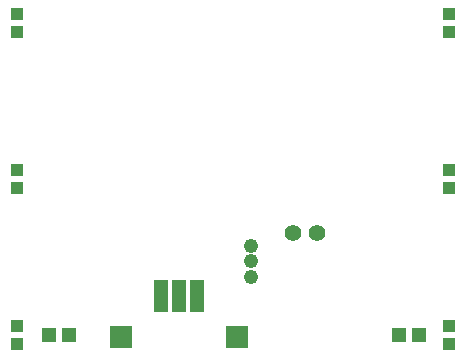
<source format=gts>
G04 #@! TF.GenerationSoftware,KiCad,Pcbnew,6.0.0-rc1-unknown-r13375-f0c57176*
G04 #@! TF.CreationDate,2018-08-09T00:22:08-05:00*
G04 #@! TF.ProjectId,led_array,6C65645F61727261792E6B696361645F,1*
G04 #@! TF.SameCoordinates,PX7445a00PY7445a00*
G04 #@! TF.FileFunction,Soldermask,Top*
G04 #@! TF.FilePolarity,Negative*
%FSLAX46Y46*%
G04 Gerber Fmt 4.6, Leading zero omitted, Abs format (unit mm)*
G04 Created by KiCad (PCBNEW 6.0.0-rc1-unknown-r13375-f0c57176) date Thu Aug  9 00:22:08 2018*
%MOMM*%
%LPD*%
G01*
G04 APERTURE LIST*
%ADD10R,1.003200X1.003200*%
%ADD11R,1.203200X1.303200*%
%ADD12R,1.903200X1.903200*%
%ADD13R,1.203200X2.703200*%
%ADD14C,1.219200*%
%ADD15C,1.411200*%
G04 APERTURE END LIST*
D10*
G04 #@! TO.C,RED3*
X1524000Y27698000D03*
X1524000Y29198000D03*
G04 #@! TD*
G04 #@! TO.C,RED3*
X1524000Y15990000D03*
X1524000Y14490000D03*
G04 #@! TD*
G04 #@! TO.C,GREEN3*
X38100000Y14490000D03*
X38100000Y15990000D03*
G04 #@! TD*
G04 #@! TO.C,GREEN3*
X38100000Y29198000D03*
X38100000Y27698000D03*
G04 #@! TD*
D11*
G04 #@! TO.C,R1*
X5930000Y2032000D03*
X4230000Y2032000D03*
G04 #@! TD*
G04 #@! TO.C,R2*
X33860000Y2032000D03*
X35560000Y2032000D03*
G04 #@! TD*
D12*
G04 #@! TO.C,U$1*
X10340000Y1816000D03*
X20140000Y1816000D03*
D13*
X13740000Y5316000D03*
X15240000Y5316000D03*
X16740000Y5316000D03*
G04 #@! TD*
D10*
G04 #@! TO.C,RED3*
X1524000Y1282000D03*
X1524000Y2782000D03*
G04 #@! TD*
G04 #@! TO.C,GREEN3*
X38100000Y1282000D03*
X38100000Y2782000D03*
G04 #@! TD*
D14*
G04 #@! TO.C,U$2*
X21336000Y9512600D03*
X21336000Y6896400D03*
X21336000Y8242600D03*
G04 #@! TD*
D15*
G04 #@! TO.C,U$3*
X24908000Y10668000D03*
X26908000Y10668000D03*
G04 #@! TD*
M02*

</source>
